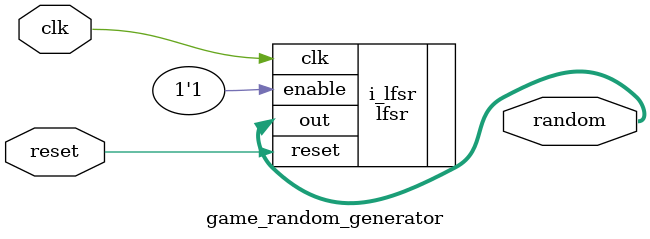
<source format=v>
module game_random_generator
(
    input             clk,
    input             reset,
    output reg [15:0] random
);

    // Uses LFSR, Linear Feedback Shift Register

    localparam WIDTH = 16,
               TAPS  = 16'b1000000001011;

    lfsr #(16, 16'b1000000001011, 0) i_lfsr
    (
        .clk    ( clk    ),
        .reset  ( reset  ),
        .enable ( 1'b1   ),
        .out    ( random )
    );

endmodule

</source>
